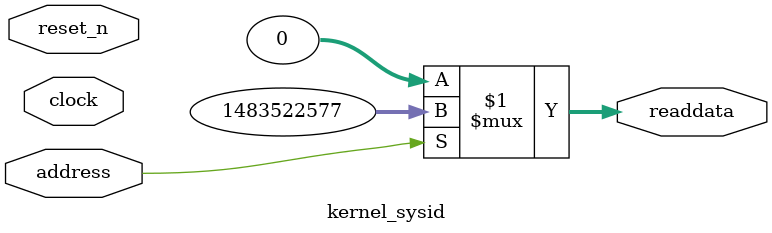
<source format=v>

`timescale 1ns / 1ps
// synthesis translate_on

// turn off superfluous verilog processor warnings 
// altera message_level Level1 
// altera message_off 10034 10035 10036 10037 10230 10240 10030 

module kernel_sysid (
               // inputs:
                address,
                clock,
                reset_n,

               // outputs:
                readdata
             )
;

  output  [ 31: 0] readdata;
  input            address;
  input            clock;
  input            reset_n;

  wire    [ 31: 0] readdata;
  //control_slave, which is an e_avalon_slave
  assign readdata = address ? 1483522577 : 0;

endmodule




</source>
